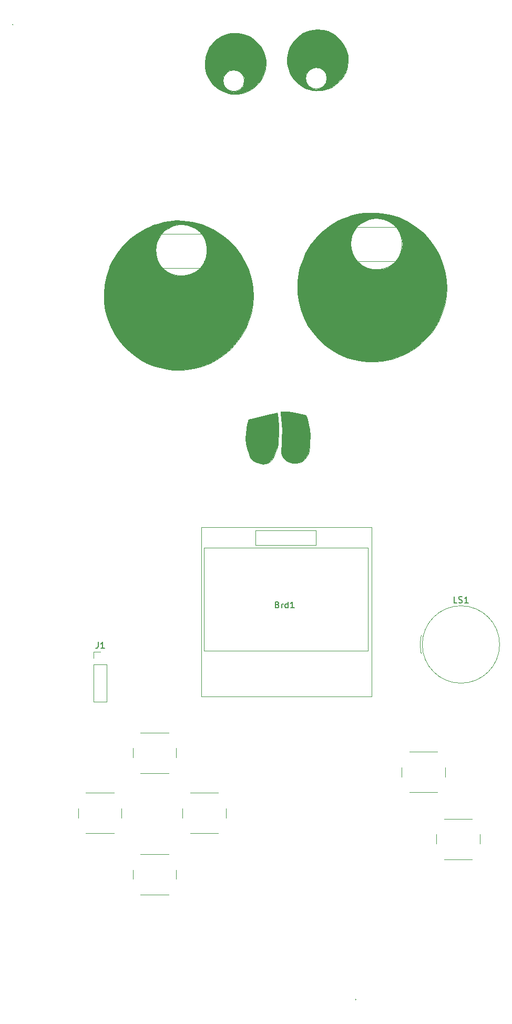
<source format=gbr>
G04 #@! TF.GenerationSoftware,KiCad,Pcbnew,8.0.5-8.0.5-0~ubuntu24.04.1*
G04 #@! TF.CreationDate,2024-09-29T10:35:15+09:00*
G04 #@! TF.ProjectId,gopher_bird_rp2040_sw,676f7068-6572-45f6-9269-72645f727032,rev?*
G04 #@! TF.SameCoordinates,Original*
G04 #@! TF.FileFunction,Legend,Top*
G04 #@! TF.FilePolarity,Positive*
%FSLAX46Y46*%
G04 Gerber Fmt 4.6, Leading zero omitted, Abs format (unit mm)*
G04 Created by KiCad (PCBNEW 8.0.5-8.0.5-0~ubuntu24.04.1) date 2024-09-29 10:35:15*
%MOMM*%
%LPD*%
G01*
G04 APERTURE LIST*
%ADD10C,0.150000*%
%ADD11C,0.120000*%
%ADD12C,0.010000*%
%ADD13C,0.100000*%
G04 APERTURE END LIST*
D10*
X111633333Y-129385009D02*
X111776190Y-129432628D01*
X111776190Y-129432628D02*
X111823809Y-129480247D01*
X111823809Y-129480247D02*
X111871428Y-129575485D01*
X111871428Y-129575485D02*
X111871428Y-129718342D01*
X111871428Y-129718342D02*
X111823809Y-129813580D01*
X111823809Y-129813580D02*
X111776190Y-129861200D01*
X111776190Y-129861200D02*
X111680952Y-129908819D01*
X111680952Y-129908819D02*
X111300000Y-129908819D01*
X111300000Y-129908819D02*
X111300000Y-128908819D01*
X111300000Y-128908819D02*
X111633333Y-128908819D01*
X111633333Y-128908819D02*
X111728571Y-128956438D01*
X111728571Y-128956438D02*
X111776190Y-129004057D01*
X111776190Y-129004057D02*
X111823809Y-129099295D01*
X111823809Y-129099295D02*
X111823809Y-129194533D01*
X111823809Y-129194533D02*
X111776190Y-129289771D01*
X111776190Y-129289771D02*
X111728571Y-129337390D01*
X111728571Y-129337390D02*
X111633333Y-129385009D01*
X111633333Y-129385009D02*
X111300000Y-129385009D01*
X112300000Y-129908819D02*
X112300000Y-129242152D01*
X112300000Y-129432628D02*
X112347619Y-129337390D01*
X112347619Y-129337390D02*
X112395238Y-129289771D01*
X112395238Y-129289771D02*
X112490476Y-129242152D01*
X112490476Y-129242152D02*
X112585714Y-129242152D01*
X113347619Y-129908819D02*
X113347619Y-128908819D01*
X113347619Y-129861200D02*
X113252381Y-129908819D01*
X113252381Y-129908819D02*
X113061905Y-129908819D01*
X113061905Y-129908819D02*
X112966667Y-129861200D01*
X112966667Y-129861200D02*
X112919048Y-129813580D01*
X112919048Y-129813580D02*
X112871429Y-129718342D01*
X112871429Y-129718342D02*
X112871429Y-129432628D01*
X112871429Y-129432628D02*
X112919048Y-129337390D01*
X112919048Y-129337390D02*
X112966667Y-129289771D01*
X112966667Y-129289771D02*
X113061905Y-129242152D01*
X113061905Y-129242152D02*
X113252381Y-129242152D01*
X113252381Y-129242152D02*
X113347619Y-129289771D01*
X114347619Y-129908819D02*
X113776191Y-129908819D01*
X114061905Y-129908819D02*
X114061905Y-128908819D01*
X114061905Y-128908819D02*
X113966667Y-129051676D01*
X113966667Y-129051676D02*
X113871429Y-129146914D01*
X113871429Y-129146914D02*
X113776191Y-129194533D01*
X82766666Y-135394819D02*
X82766666Y-136109104D01*
X82766666Y-136109104D02*
X82719047Y-136251961D01*
X82719047Y-136251961D02*
X82623809Y-136347200D01*
X82623809Y-136347200D02*
X82480952Y-136394819D01*
X82480952Y-136394819D02*
X82385714Y-136394819D01*
X83766666Y-136394819D02*
X83195238Y-136394819D01*
X83480952Y-136394819D02*
X83480952Y-135394819D01*
X83480952Y-135394819D02*
X83385714Y-135537676D01*
X83385714Y-135537676D02*
X83290476Y-135632914D01*
X83290476Y-135632914D02*
X83195238Y-135680533D01*
X140557142Y-129084819D02*
X140080952Y-129084819D01*
X140080952Y-129084819D02*
X140080952Y-128084819D01*
X140842857Y-129037200D02*
X140985714Y-129084819D01*
X140985714Y-129084819D02*
X141223809Y-129084819D01*
X141223809Y-129084819D02*
X141319047Y-129037200D01*
X141319047Y-129037200D02*
X141366666Y-128989580D01*
X141366666Y-128989580D02*
X141414285Y-128894342D01*
X141414285Y-128894342D02*
X141414285Y-128799104D01*
X141414285Y-128799104D02*
X141366666Y-128703866D01*
X141366666Y-128703866D02*
X141319047Y-128656247D01*
X141319047Y-128656247D02*
X141223809Y-128608628D01*
X141223809Y-128608628D02*
X141033333Y-128561009D01*
X141033333Y-128561009D02*
X140938095Y-128513390D01*
X140938095Y-128513390D02*
X140890476Y-128465771D01*
X140890476Y-128465771D02*
X140842857Y-128370533D01*
X140842857Y-128370533D02*
X140842857Y-128275295D01*
X140842857Y-128275295D02*
X140890476Y-128180057D01*
X140890476Y-128180057D02*
X140938095Y-128132438D01*
X140938095Y-128132438D02*
X141033333Y-128084819D01*
X141033333Y-128084819D02*
X141271428Y-128084819D01*
X141271428Y-128084819D02*
X141414285Y-128132438D01*
X142366666Y-129084819D02*
X141795238Y-129084819D01*
X142080952Y-129084819D02*
X142080952Y-128084819D01*
X142080952Y-128084819D02*
X141985714Y-128227676D01*
X141985714Y-128227676D02*
X141890476Y-128322914D01*
X141890476Y-128322914D02*
X141795238Y-128370533D01*
D11*
X92500000Y-69650000D02*
X99800000Y-69650000D01*
X92500000Y-75150000D02*
X99800000Y-75150000D01*
X99800000Y-75150000D02*
X99800000Y-74000000D01*
X124000000Y-68550000D02*
X131300000Y-68550000D01*
X124000000Y-74050000D02*
X131300000Y-74050000D01*
X131300000Y-74050000D02*
X131300000Y-72900000D01*
X99400000Y-116900000D02*
X126800000Y-116900000D01*
X99400000Y-144200000D02*
X99400000Y-116900000D01*
X99822000Y-120195000D02*
X122922000Y-120195000D01*
X99822000Y-136795000D02*
X99822000Y-120195000D01*
X108101000Y-117389000D02*
X108101000Y-119802000D01*
X108101000Y-117389000D02*
X117880000Y-117389000D01*
X117880000Y-117389000D02*
X117880000Y-119802000D01*
X117880000Y-119802000D02*
X108101000Y-119802000D01*
X122922000Y-120195000D02*
X126008000Y-120195000D01*
X122922000Y-136795000D02*
X99822000Y-136795000D01*
X122922000Y-136795000D02*
X126262000Y-136820000D01*
X126262000Y-120183000D02*
X126008000Y-120195000D01*
X126262000Y-136820000D02*
X126262000Y-120183000D01*
X126800000Y-116900000D02*
X126800000Y-144200000D01*
X126800000Y-144200000D02*
X99400000Y-144200000D01*
X131650000Y-155600000D02*
X131650000Y-157100000D01*
X132900000Y-159600000D02*
X137400000Y-159600000D01*
X137400000Y-153100000D02*
X132900000Y-153100000D01*
X138650000Y-157100000D02*
X138650000Y-155600000D01*
X79550000Y-162200000D02*
X79550000Y-163700000D01*
X80800000Y-166200000D02*
X85300000Y-166200000D01*
X85300000Y-159700000D02*
X80800000Y-159700000D01*
X86550000Y-163700000D02*
X86550000Y-162200000D01*
X88350000Y-172100000D02*
X88350000Y-173600000D01*
X89600000Y-176100000D02*
X94100000Y-176100000D01*
X94100000Y-169600000D02*
X89600000Y-169600000D01*
X95350000Y-173600000D02*
X95350000Y-172100000D01*
X82040000Y-136940000D02*
X83100000Y-136940000D01*
X82040000Y-138000000D02*
X82040000Y-136940000D01*
X82040000Y-139000000D02*
X82040000Y-145060000D01*
X82040000Y-139000000D02*
X84160000Y-139000000D01*
X82040000Y-145060000D02*
X84160000Y-145060000D01*
X84160000Y-139000000D02*
X84160000Y-145060000D01*
X88350000Y-152500000D02*
X88350000Y-154000000D01*
X89600000Y-156500000D02*
X94100000Y-156500000D01*
X94100000Y-150000000D02*
X89600000Y-150000000D01*
X95350000Y-154000000D02*
X95350000Y-152500000D01*
X96350000Y-162200000D02*
X96350000Y-163700000D01*
X97600000Y-166200000D02*
X102100000Y-166200000D01*
X102100000Y-159700000D02*
X97600000Y-159700000D01*
X103350000Y-163700000D02*
X103350000Y-162200000D01*
X137250000Y-166400000D02*
X137250000Y-167900000D01*
X138500000Y-170400000D02*
X143000000Y-170400000D01*
X143000000Y-163900000D02*
X138500000Y-163900000D01*
X144250000Y-167900000D02*
X144250000Y-166400000D01*
X134800000Y-137299999D02*
G75*
G02*
X134800000Y-134300000I6400000J1499999D01*
G01*
X147430000Y-135800000D02*
G75*
G02*
X134970000Y-135800000I-6230000J0D01*
G01*
X134970000Y-135800000D02*
G75*
G02*
X147430000Y-135800000I6230000J0D01*
G01*
X100300001Y-72300000D02*
G75*
G02*
X92077925Y-72300000I-4111038J0D01*
G01*
X92077925Y-72300000D02*
G75*
G02*
X100300001Y-72300000I4111038J0D01*
G01*
X106300000Y-45000000D02*
G75*
G02*
X102900000Y-45000000I-1700000J0D01*
G01*
X102900000Y-45000000D02*
G75*
G02*
X106300000Y-45000000I1700000J0D01*
G01*
X119600000Y-44600000D02*
G75*
G02*
X116200000Y-44600000I-1700000J0D01*
G01*
X116200000Y-44600000D02*
G75*
G02*
X119600000Y-44600000I1700000J0D01*
G01*
X131700001Y-71300000D02*
G75*
G02*
X123477925Y-71300000I-4111038J0D01*
G01*
X123477925Y-71300000D02*
G75*
G02*
X131700001Y-71300000I4111038J0D01*
G01*
D12*
X69020000Y-35920357D02*
X68974643Y-35965714D01*
X68929285Y-35920357D01*
X68974643Y-35875000D01*
X69020000Y-35920357D01*
G36*
X69020000Y-35920357D02*
G01*
X68974643Y-35965714D01*
X68929285Y-35920357D01*
X68974643Y-35875000D01*
X69020000Y-35920357D01*
G37*
X124265000Y-192946786D02*
X124219643Y-192992143D01*
X124174285Y-192946786D01*
X124219643Y-192901429D01*
X124265000Y-192946786D01*
G36*
X124265000Y-192946786D02*
G01*
X124219643Y-192992143D01*
X124174285Y-192946786D01*
X124219643Y-192901429D01*
X124265000Y-192946786D01*
G37*
D13*
X127670000Y-66290000D02*
X127710000Y-67130000D01*
X127190000Y-67170000D01*
X126450000Y-67320000D01*
X125680000Y-67600000D01*
X125040000Y-68000000D01*
X124570000Y-68430000D01*
X124160000Y-68930000D01*
X123880000Y-69410000D01*
X123610000Y-70050000D01*
X123490000Y-70530000D01*
X123440000Y-71040000D01*
X123440000Y-71270000D01*
X117110000Y-71240000D01*
X117840000Y-70360000D01*
X118710000Y-69440000D01*
X119040000Y-69150000D01*
X120110000Y-68310000D01*
X121320000Y-67590000D01*
X122290000Y-67150000D01*
X123110000Y-66840000D01*
X123410000Y-66750000D01*
X124470000Y-66450000D01*
X125560000Y-66300000D01*
X126500000Y-66270000D01*
X127090000Y-66270000D01*
X127670000Y-66290000D01*
G36*
X127670000Y-66290000D02*
G01*
X127710000Y-67130000D01*
X127190000Y-67170000D01*
X126450000Y-67320000D01*
X125680000Y-67600000D01*
X125040000Y-68000000D01*
X124570000Y-68430000D01*
X124160000Y-68930000D01*
X123880000Y-69410000D01*
X123610000Y-70050000D01*
X123490000Y-70530000D01*
X123440000Y-71040000D01*
X123440000Y-71270000D01*
X117110000Y-71240000D01*
X117840000Y-70360000D01*
X118710000Y-69440000D01*
X119040000Y-69150000D01*
X120110000Y-68310000D01*
X121320000Y-67590000D01*
X122290000Y-67150000D01*
X123110000Y-66840000D01*
X123410000Y-66750000D01*
X124470000Y-66450000D01*
X125560000Y-66300000D01*
X126500000Y-66270000D01*
X127090000Y-66270000D01*
X127670000Y-66290000D01*
G37*
X96430000Y-67555000D02*
X96310000Y-68120000D01*
X95600000Y-68180000D01*
X94770000Y-68400000D01*
X94120000Y-68700000D01*
X93400000Y-69160000D01*
X92870000Y-69800000D01*
X92420000Y-70480000D01*
X92210000Y-71110000D01*
X92040000Y-71790000D01*
X92020000Y-72530000D01*
X92170000Y-73430000D01*
X92390000Y-74030000D01*
X92530000Y-74300000D01*
X92790000Y-74720000D01*
X92980000Y-74970000D01*
X84590000Y-74940000D01*
X84950000Y-74220000D01*
X85150000Y-73810000D01*
X85900000Y-72620000D01*
X86820000Y-71480000D01*
X87800000Y-70530000D01*
X88950000Y-69640000D01*
X90230000Y-68880000D01*
X91350000Y-68370000D01*
X91620000Y-68270000D01*
X92710000Y-67940000D01*
X93410000Y-67740000D01*
X94210000Y-67630000D01*
X95310000Y-67505000D01*
X96430000Y-67555000D01*
G36*
X96430000Y-67555000D02*
G01*
X96310000Y-68120000D01*
X95600000Y-68180000D01*
X94770000Y-68400000D01*
X94120000Y-68700000D01*
X93400000Y-69160000D01*
X92870000Y-69800000D01*
X92420000Y-70480000D01*
X92210000Y-71110000D01*
X92040000Y-71790000D01*
X92020000Y-72530000D01*
X92170000Y-73430000D01*
X92390000Y-74030000D01*
X92530000Y-74300000D01*
X92790000Y-74720000D01*
X92980000Y-74970000D01*
X84590000Y-74940000D01*
X84950000Y-74220000D01*
X85150000Y-73810000D01*
X85900000Y-72620000D01*
X86820000Y-71480000D01*
X87800000Y-70530000D01*
X88950000Y-69640000D01*
X90230000Y-68880000D01*
X91350000Y-68370000D01*
X91620000Y-68270000D01*
X92710000Y-67940000D01*
X93410000Y-67740000D01*
X94210000Y-67630000D01*
X95310000Y-67505000D01*
X96430000Y-67555000D01*
G37*
X119030000Y-36810000D02*
X119795000Y-37020000D01*
X120705000Y-37490000D01*
X121180000Y-37850000D01*
X121780000Y-38420000D01*
X122260000Y-39080000D01*
X122680000Y-39890000D01*
X122980000Y-40880000D01*
X123050000Y-41790000D01*
X122930000Y-42730000D01*
X122640000Y-43560000D01*
X122220000Y-44330000D01*
X121680000Y-45030000D01*
X120980000Y-45640000D01*
X120260000Y-46100000D01*
X119430000Y-46410000D01*
X118800000Y-46540000D01*
X117860000Y-46590000D01*
X117880000Y-46360000D01*
X118390000Y-46270000D01*
X118930000Y-45980000D01*
X119360000Y-45550000D01*
X119570000Y-45070000D01*
X119640000Y-44510000D01*
X119530000Y-43960000D01*
X119230000Y-43460000D01*
X118910000Y-43180000D01*
X118480000Y-42950000D01*
X117930000Y-42850000D01*
X117990000Y-36770000D01*
X119030000Y-36810000D01*
G36*
X119030000Y-36810000D02*
G01*
X119795000Y-37020000D01*
X120705000Y-37490000D01*
X121180000Y-37850000D01*
X121780000Y-38420000D01*
X122260000Y-39080000D01*
X122680000Y-39890000D01*
X122980000Y-40880000D01*
X123050000Y-41790000D01*
X122930000Y-42730000D01*
X122640000Y-43560000D01*
X122220000Y-44330000D01*
X121680000Y-45030000D01*
X120980000Y-45640000D01*
X120260000Y-46100000D01*
X119430000Y-46410000D01*
X118800000Y-46540000D01*
X117860000Y-46590000D01*
X117880000Y-46360000D01*
X118390000Y-46270000D01*
X118930000Y-45980000D01*
X119360000Y-45550000D01*
X119570000Y-45070000D01*
X119640000Y-44510000D01*
X119530000Y-43960000D01*
X119230000Y-43460000D01*
X118910000Y-43180000D01*
X118480000Y-42950000D01*
X117930000Y-42850000D01*
X117990000Y-36770000D01*
X119030000Y-36810000D01*
G37*
X111610000Y-98490000D02*
X111690000Y-98690000D01*
X111760000Y-99450000D01*
X111810000Y-100460000D01*
X111830000Y-101890000D01*
X111770000Y-103010000D01*
X111720000Y-103520000D01*
X111600000Y-104200000D01*
X111360000Y-104850000D01*
X111090000Y-105605000D01*
X110650000Y-106155000D01*
X110120000Y-106550000D01*
X109330000Y-106720000D01*
X108710000Y-106620000D01*
X108140000Y-106420000D01*
X107670000Y-106140000D01*
X107270000Y-105700000D01*
X106970000Y-104870000D01*
X106750000Y-104230000D01*
X106600000Y-103480000D01*
X106540000Y-102610000D01*
X106550000Y-101880000D01*
X106700000Y-101030000D01*
X106790000Y-100370000D01*
X106930000Y-99780000D01*
X107020000Y-99600000D01*
X108120000Y-99305000D01*
X109470000Y-99000000D01*
X110520000Y-98700000D01*
X111330000Y-98510000D01*
X111560000Y-98480000D01*
X111610000Y-98490000D01*
G36*
X111610000Y-98490000D02*
G01*
X111690000Y-98690000D01*
X111760000Y-99450000D01*
X111810000Y-100460000D01*
X111830000Y-101890000D01*
X111770000Y-103010000D01*
X111720000Y-103520000D01*
X111600000Y-104200000D01*
X111360000Y-104850000D01*
X111090000Y-105605000D01*
X110650000Y-106155000D01*
X110120000Y-106550000D01*
X109330000Y-106720000D01*
X108710000Y-106620000D01*
X108140000Y-106420000D01*
X107670000Y-106140000D01*
X107270000Y-105700000D01*
X106970000Y-104870000D01*
X106750000Y-104230000D01*
X106600000Y-103480000D01*
X106540000Y-102610000D01*
X106550000Y-101880000D01*
X106700000Y-101030000D01*
X106790000Y-100370000D01*
X106930000Y-99780000D01*
X107020000Y-99600000D01*
X108120000Y-99305000D01*
X109470000Y-99000000D01*
X110520000Y-98700000D01*
X111330000Y-98510000D01*
X111560000Y-98480000D01*
X111610000Y-98490000D01*
G37*
X113380000Y-98290000D02*
X114380000Y-98450000D01*
X115530000Y-98700000D01*
X116220000Y-98880000D01*
X116500000Y-99550000D01*
X116670000Y-100400000D01*
X116810000Y-101130000D01*
X116880000Y-102100000D01*
X116870000Y-103450000D01*
X116850000Y-103890000D01*
X116770000Y-104600000D01*
X116630000Y-105050000D01*
X116330000Y-105590000D01*
X115990000Y-106020000D01*
X115610000Y-106320000D01*
X115230000Y-106510000D01*
X114650000Y-106590000D01*
X114060000Y-106560000D01*
X113500000Y-106400000D01*
X113020000Y-106140000D01*
X112620000Y-105760000D01*
X112350000Y-105300000D01*
X112270000Y-104930000D01*
X112260000Y-104360000D01*
X112300000Y-103750000D01*
X112380000Y-102730000D01*
X112400000Y-101230000D01*
X112375000Y-100340000D01*
X112280000Y-99410000D01*
X112190000Y-98560000D01*
X112170000Y-98330000D01*
X112920000Y-98280000D01*
X113380000Y-98290000D01*
G36*
X113380000Y-98290000D02*
G01*
X114380000Y-98450000D01*
X115530000Y-98700000D01*
X116220000Y-98880000D01*
X116500000Y-99550000D01*
X116670000Y-100400000D01*
X116810000Y-101130000D01*
X116880000Y-102100000D01*
X116870000Y-103450000D01*
X116850000Y-103890000D01*
X116770000Y-104600000D01*
X116630000Y-105050000D01*
X116330000Y-105590000D01*
X115990000Y-106020000D01*
X115610000Y-106320000D01*
X115230000Y-106510000D01*
X114650000Y-106590000D01*
X114060000Y-106560000D01*
X113500000Y-106400000D01*
X113020000Y-106140000D01*
X112620000Y-105760000D01*
X112350000Y-105300000D01*
X112270000Y-104930000D01*
X112260000Y-104360000D01*
X112300000Y-103750000D01*
X112380000Y-102730000D01*
X112400000Y-101230000D01*
X112375000Y-100340000D01*
X112280000Y-99410000D01*
X112190000Y-98560000D01*
X112170000Y-98330000D01*
X112920000Y-98280000D01*
X113380000Y-98290000D01*
G37*
X104450000Y-43270000D02*
X103980000Y-43360000D01*
X103510000Y-43620000D01*
X103170000Y-43980000D01*
X102980000Y-44330000D01*
X102840000Y-44840000D01*
X102850000Y-45150000D01*
X102910000Y-45470000D01*
X103050000Y-45830000D01*
X103290000Y-46170000D01*
X103670000Y-46490000D01*
X104020000Y-46650000D01*
X104320000Y-46730000D01*
X104600000Y-46750000D01*
X104590000Y-47160000D01*
X104270000Y-47140000D01*
X103820000Y-47060000D01*
X102920000Y-46750000D01*
X102100000Y-46290000D01*
X101370000Y-45680000D01*
X101010000Y-45290000D01*
X100540000Y-44570000D01*
X100190000Y-43790000D01*
X99990000Y-42910000D01*
X99940000Y-42090000D01*
X100040000Y-41260000D01*
X100280000Y-40430000D01*
X100660000Y-39650000D01*
X101160000Y-38990000D01*
X101710000Y-38460000D01*
X102570000Y-37860000D01*
X103450000Y-37490000D01*
X104130000Y-37350000D01*
X104380000Y-37320000D01*
X104450000Y-43270000D01*
G36*
X104450000Y-43270000D02*
G01*
X103980000Y-43360000D01*
X103510000Y-43620000D01*
X103170000Y-43980000D01*
X102980000Y-44330000D01*
X102840000Y-44840000D01*
X102850000Y-45150000D01*
X102910000Y-45470000D01*
X103050000Y-45830000D01*
X103290000Y-46170000D01*
X103670000Y-46490000D01*
X104020000Y-46650000D01*
X104320000Y-46730000D01*
X104600000Y-46750000D01*
X104590000Y-47160000D01*
X104270000Y-47140000D01*
X103820000Y-47060000D01*
X102920000Y-46750000D01*
X102100000Y-46290000D01*
X101370000Y-45680000D01*
X101010000Y-45290000D01*
X100540000Y-44570000D01*
X100190000Y-43790000D01*
X99990000Y-42910000D01*
X99940000Y-42090000D01*
X100040000Y-41260000D01*
X100280000Y-40430000D01*
X100660000Y-39650000D01*
X101160000Y-38990000D01*
X101710000Y-38460000D01*
X102570000Y-37860000D01*
X103450000Y-37490000D01*
X104130000Y-37350000D01*
X104380000Y-37320000D01*
X104450000Y-43270000D01*
G37*
X117900000Y-42840000D02*
X117490000Y-42910000D01*
X116930000Y-43150000D01*
X116560000Y-43480000D01*
X116250000Y-43970000D01*
X116160000Y-44460000D01*
X116150000Y-44810000D01*
X116240000Y-45160000D01*
X116390000Y-45500000D01*
X116650000Y-45840000D01*
X116930000Y-46060000D01*
X117350000Y-46280000D01*
X117840000Y-46360000D01*
X117830000Y-46620000D01*
X117800000Y-46600000D01*
X117370000Y-46540000D01*
X116970000Y-46490000D01*
X116100000Y-46190000D01*
X115300000Y-45720000D01*
X114600000Y-45090000D01*
X114220000Y-44680000D01*
X113730000Y-43910000D01*
X113400000Y-43120000D01*
X113220000Y-42230000D01*
X113190000Y-41380000D01*
X113360000Y-40480000D01*
X113620000Y-39700000D01*
X113650000Y-39600000D01*
X114290000Y-38580000D01*
X114940000Y-37890000D01*
X115690000Y-37360000D01*
X116320000Y-37080000D01*
X116580000Y-36960000D01*
X116870000Y-36880000D01*
X117510000Y-36780000D01*
X117960000Y-36770000D01*
X117900000Y-42840000D01*
G36*
X117900000Y-42840000D02*
G01*
X117490000Y-42910000D01*
X116930000Y-43150000D01*
X116560000Y-43480000D01*
X116250000Y-43970000D01*
X116160000Y-44460000D01*
X116150000Y-44810000D01*
X116240000Y-45160000D01*
X116390000Y-45500000D01*
X116650000Y-45840000D01*
X116930000Y-46060000D01*
X117350000Y-46280000D01*
X117840000Y-46360000D01*
X117830000Y-46620000D01*
X117800000Y-46600000D01*
X117370000Y-46540000D01*
X116970000Y-46490000D01*
X116100000Y-46190000D01*
X115300000Y-45720000D01*
X114600000Y-45090000D01*
X114220000Y-44680000D01*
X113730000Y-43910000D01*
X113400000Y-43120000D01*
X113220000Y-42230000D01*
X113190000Y-41380000D01*
X113360000Y-40480000D01*
X113620000Y-39700000D01*
X113650000Y-39600000D01*
X114290000Y-38580000D01*
X114940000Y-37890000D01*
X115690000Y-37360000D01*
X116320000Y-37080000D01*
X116580000Y-36960000D01*
X116870000Y-36880000D01*
X117510000Y-36780000D01*
X117960000Y-36770000D01*
X117900000Y-42840000D01*
G37*
X106190000Y-37490000D02*
X107140000Y-37860000D01*
X107870000Y-38350000D01*
X108470000Y-38950000D01*
X108950000Y-39460000D01*
X109250000Y-39990000D01*
X109470000Y-40500000D01*
X109680000Y-41310000D01*
X109760000Y-41760000D01*
X109790000Y-42250000D01*
X109710000Y-43170000D01*
X109410000Y-44070000D01*
X109020000Y-44830000D01*
X108470000Y-45550000D01*
X107840000Y-46120000D01*
X107020000Y-46640000D01*
X106170000Y-46990000D01*
X105690000Y-47080000D01*
X105370000Y-47120000D01*
X105030000Y-47150000D01*
X104640000Y-47160000D01*
X104640000Y-46760000D01*
X104900000Y-46730000D01*
X105370000Y-46570000D01*
X105790000Y-46280000D01*
X106130000Y-45840000D01*
X106270000Y-45530000D01*
X106350000Y-45030000D01*
X106290000Y-44530000D01*
X106120000Y-44120000D01*
X105930000Y-43850000D01*
X105530000Y-43510000D01*
X105070000Y-43245000D01*
X103970000Y-43175000D01*
X104040000Y-42590000D01*
X104360000Y-37315000D01*
X105320000Y-37305000D01*
X106190000Y-37490000D01*
G36*
X106190000Y-37490000D02*
G01*
X107140000Y-37860000D01*
X107870000Y-38350000D01*
X108470000Y-38950000D01*
X108950000Y-39460000D01*
X109250000Y-39990000D01*
X109470000Y-40500000D01*
X109680000Y-41310000D01*
X109760000Y-41760000D01*
X109790000Y-42250000D01*
X109710000Y-43170000D01*
X109410000Y-44070000D01*
X109020000Y-44830000D01*
X108470000Y-45550000D01*
X107840000Y-46120000D01*
X107020000Y-46640000D01*
X106170000Y-46990000D01*
X105690000Y-47080000D01*
X105370000Y-47120000D01*
X105030000Y-47150000D01*
X104640000Y-47160000D01*
X104640000Y-46760000D01*
X104900000Y-46730000D01*
X105370000Y-46570000D01*
X105790000Y-46280000D01*
X106130000Y-45840000D01*
X106270000Y-45530000D01*
X106350000Y-45030000D01*
X106290000Y-44530000D01*
X106120000Y-44120000D01*
X105930000Y-43850000D01*
X105530000Y-43510000D01*
X105070000Y-43245000D01*
X103970000Y-43175000D01*
X104040000Y-42590000D01*
X104360000Y-37315000D01*
X105320000Y-37305000D01*
X106190000Y-37490000D01*
G37*
X97180000Y-67610000D02*
X97850000Y-67720000D01*
X99577500Y-68142500D01*
X101402500Y-68957500D01*
X102725000Y-69815000D01*
X103760000Y-70660000D01*
X104810000Y-71740000D01*
X105770000Y-72980000D01*
X106360000Y-74060000D01*
X107000000Y-75430000D01*
X107420000Y-76850000D01*
X107690000Y-78240000D01*
X107750000Y-79720000D01*
X107680000Y-81020000D01*
X107430000Y-82440000D01*
X106570000Y-84820000D01*
X105810000Y-86070000D01*
X104980000Y-87240000D01*
X104190000Y-88110000D01*
X103130000Y-89030000D01*
X101970000Y-89850000D01*
X100800000Y-90480000D01*
X99470000Y-90990000D01*
X98110000Y-91380000D01*
X96410000Y-91560000D01*
X95320000Y-91590000D01*
X94810000Y-91570000D01*
X94300000Y-91530000D01*
X93800000Y-91460000D01*
X92660000Y-91210000D01*
X91640000Y-90890000D01*
X90570000Y-90460000D01*
X89610000Y-89950000D01*
X88390000Y-89100000D01*
X87250000Y-88090000D01*
X86330000Y-87080000D01*
X85510000Y-85930000D01*
X84830000Y-84670000D01*
X84300000Y-83370000D01*
X83930000Y-82000000D01*
X83740000Y-80660000D01*
X83700000Y-79280000D01*
X83820000Y-77890000D01*
X84140000Y-76400000D01*
X84620000Y-74960000D01*
X93010000Y-75010000D01*
X93560000Y-75550000D01*
X94280000Y-76010000D01*
X95150000Y-76330000D01*
X95680000Y-76430000D01*
X96240000Y-76460000D01*
X96880000Y-76400000D01*
X97560000Y-76230000D01*
X98140000Y-75970000D01*
X98860000Y-75480000D01*
X99540000Y-74790000D01*
X99910000Y-74190000D01*
X100160000Y-73540000D01*
X100350000Y-72450000D01*
X100310000Y-71680000D01*
X100080000Y-70850000D01*
X99770000Y-70140000D01*
X99190000Y-69420000D01*
X98530000Y-68860000D01*
X97280000Y-68300000D01*
X97090000Y-68230000D01*
X96740000Y-68170000D01*
X96350000Y-68150000D01*
X96330000Y-68140000D01*
X96320000Y-67550000D01*
X97180000Y-67610000D01*
G36*
X97180000Y-67610000D02*
G01*
X97850000Y-67720000D01*
X99577500Y-68142500D01*
X101402500Y-68957500D01*
X102725000Y-69815000D01*
X103760000Y-70660000D01*
X104810000Y-71740000D01*
X105770000Y-72980000D01*
X106360000Y-74060000D01*
X107000000Y-75430000D01*
X107420000Y-76850000D01*
X107690000Y-78240000D01*
X107750000Y-79720000D01*
X107680000Y-81020000D01*
X107430000Y-82440000D01*
X106570000Y-84820000D01*
X105810000Y-86070000D01*
X104980000Y-87240000D01*
X104190000Y-88110000D01*
X103130000Y-89030000D01*
X101970000Y-89850000D01*
X100800000Y-90480000D01*
X99470000Y-90990000D01*
X98110000Y-91380000D01*
X96410000Y-91560000D01*
X95320000Y-91590000D01*
X94810000Y-91570000D01*
X94300000Y-91530000D01*
X93800000Y-91460000D01*
X92660000Y-91210000D01*
X91640000Y-90890000D01*
X90570000Y-90460000D01*
X89610000Y-89950000D01*
X88390000Y-89100000D01*
X87250000Y-88090000D01*
X86330000Y-87080000D01*
X85510000Y-85930000D01*
X84830000Y-84670000D01*
X84300000Y-83370000D01*
X83930000Y-82000000D01*
X83740000Y-80660000D01*
X83700000Y-79280000D01*
X83820000Y-77890000D01*
X84140000Y-76400000D01*
X84620000Y-74960000D01*
X93010000Y-75010000D01*
X93560000Y-75550000D01*
X94280000Y-76010000D01*
X95150000Y-76330000D01*
X95680000Y-76430000D01*
X96240000Y-76460000D01*
X96880000Y-76400000D01*
X97560000Y-76230000D01*
X98140000Y-75970000D01*
X98860000Y-75480000D01*
X99540000Y-74790000D01*
X99910000Y-74190000D01*
X100160000Y-73540000D01*
X100350000Y-72450000D01*
X100310000Y-71680000D01*
X100080000Y-70850000D01*
X99770000Y-70140000D01*
X99190000Y-69420000D01*
X98530000Y-68860000D01*
X97280000Y-68300000D01*
X97090000Y-68230000D01*
X96740000Y-68170000D01*
X96350000Y-68150000D01*
X96330000Y-68140000D01*
X96320000Y-67550000D01*
X97180000Y-67610000D01*
G37*
X128540000Y-66350000D02*
X129940000Y-66610000D01*
X131170000Y-67000000D01*
X132540000Y-67660000D01*
X133870000Y-68510000D01*
X135160000Y-69530000D01*
X136100000Y-70610000D01*
X137000000Y-71800000D01*
X137630000Y-72930000D01*
X138180000Y-74260000D01*
X138590000Y-75630000D01*
X138850000Y-77070000D01*
X138900000Y-78420000D01*
X138840000Y-79690000D01*
X138570000Y-81120000D01*
X138190000Y-82360000D01*
X137630000Y-83640000D01*
X136960000Y-84810000D01*
X136350000Y-85640000D01*
X135050000Y-87070000D01*
X133990000Y-87950000D01*
X132900000Y-88670000D01*
X131730000Y-89260000D01*
X130230000Y-89800000D01*
X128500000Y-90190000D01*
X127330000Y-90240000D01*
X126170000Y-90230000D01*
X125360000Y-90190000D01*
X124760000Y-90100000D01*
X122930000Y-89620000D01*
X121590000Y-89070000D01*
X120570000Y-88510000D01*
X119220000Y-87530000D01*
X118200000Y-86550000D01*
X117380000Y-85620000D01*
X116520000Y-84380000D01*
X115890000Y-83110000D01*
X115360000Y-81760000D01*
X115042500Y-80380000D01*
X114877500Y-79240000D01*
X114895000Y-77260000D01*
X115040000Y-76040000D01*
X115260000Y-75120000D01*
X115770000Y-73720000D01*
X116170000Y-72750000D01*
X117110000Y-71190000D01*
X123470000Y-71270000D01*
X123520000Y-72050000D01*
X123760000Y-72860000D01*
X124040000Y-73430000D01*
X124540000Y-74100000D01*
X125190000Y-74690000D01*
X125810000Y-75040000D01*
X126410000Y-75270000D01*
X127030000Y-75430000D01*
X127600000Y-75450000D01*
X127990000Y-75460000D01*
X128660000Y-75320000D01*
X129250000Y-75140000D01*
X129680000Y-74910000D01*
X130230000Y-74540000D01*
X130490000Y-74320000D01*
X130840000Y-73940000D01*
X131160000Y-73490000D01*
X131310000Y-73210000D01*
X131590000Y-72530000D01*
X131720000Y-72000000D01*
X131790000Y-71330000D01*
X131730000Y-70600000D01*
X131500000Y-69770000D01*
X131280000Y-69310000D01*
X130830000Y-68640000D01*
X130330000Y-68130000D01*
X129560000Y-67630000D01*
X128720000Y-67280000D01*
X128090000Y-67180000D01*
X127710000Y-67140000D01*
X127680000Y-66300000D01*
X128540000Y-66350000D01*
G36*
X128540000Y-66350000D02*
G01*
X129940000Y-66610000D01*
X131170000Y-67000000D01*
X132540000Y-67660000D01*
X133870000Y-68510000D01*
X135160000Y-69530000D01*
X136100000Y-70610000D01*
X137000000Y-71800000D01*
X137630000Y-72930000D01*
X138180000Y-74260000D01*
X138590000Y-75630000D01*
X138850000Y-77070000D01*
X138900000Y-78420000D01*
X138840000Y-79690000D01*
X138570000Y-81120000D01*
X138190000Y-82360000D01*
X137630000Y-83640000D01*
X136960000Y-84810000D01*
X136350000Y-85640000D01*
X135050000Y-87070000D01*
X133990000Y-87950000D01*
X132900000Y-88670000D01*
X131730000Y-89260000D01*
X130230000Y-89800000D01*
X128500000Y-90190000D01*
X127330000Y-90240000D01*
X126170000Y-90230000D01*
X125360000Y-90190000D01*
X124760000Y-90100000D01*
X122930000Y-89620000D01*
X121590000Y-89070000D01*
X120570000Y-88510000D01*
X119220000Y-87530000D01*
X118200000Y-86550000D01*
X117380000Y-85620000D01*
X116520000Y-84380000D01*
X115890000Y-83110000D01*
X115360000Y-81760000D01*
X115042500Y-80380000D01*
X114877500Y-79240000D01*
X114895000Y-77260000D01*
X115040000Y-76040000D01*
X115260000Y-75120000D01*
X115770000Y-73720000D01*
X116170000Y-72750000D01*
X117110000Y-71190000D01*
X123470000Y-71270000D01*
X123520000Y-72050000D01*
X123760000Y-72860000D01*
X124040000Y-73430000D01*
X124540000Y-74100000D01*
X125190000Y-74690000D01*
X125810000Y-75040000D01*
X126410000Y-75270000D01*
X127030000Y-75430000D01*
X127600000Y-75450000D01*
X127990000Y-75460000D01*
X128660000Y-75320000D01*
X129250000Y-75140000D01*
X129680000Y-74910000D01*
X130230000Y-74540000D01*
X130490000Y-74320000D01*
X130840000Y-73940000D01*
X131160000Y-73490000D01*
X131310000Y-73210000D01*
X131590000Y-72530000D01*
X131720000Y-72000000D01*
X131790000Y-71330000D01*
X131730000Y-70600000D01*
X131500000Y-69770000D01*
X131280000Y-69310000D01*
X130830000Y-68640000D01*
X130330000Y-68130000D01*
X129560000Y-67630000D01*
X128720000Y-67280000D01*
X128090000Y-67180000D01*
X127710000Y-67140000D01*
X127680000Y-66300000D01*
X128540000Y-66350000D01*
G37*
M02*

</source>
